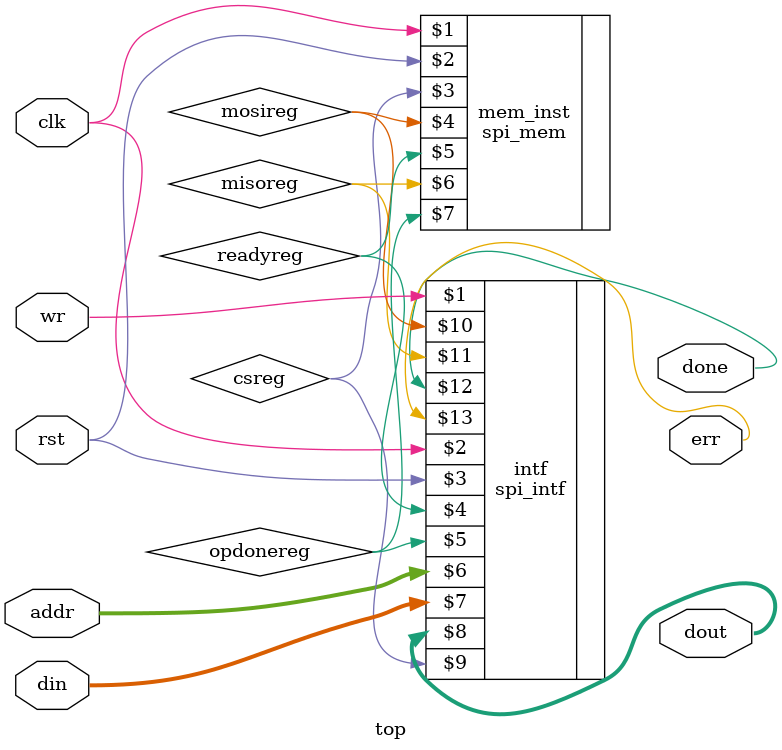
<source format=sv>
module top(
    input wr,clk,rst,
    input [7:0] addr, din,
    output [7:0] dout,
    output done, err
);
wire csreg, mosireg, misoreg, readyreg, opdonereg;
 
spi_intf intf (wr, clk, rst, readyreg, opdonereg, addr, din, dout, csreg, mosireg, misoreg, done, err);
spi_mem  mem_inst (clk, rst, csreg, mosireg, readyreg, misoreg, opdonereg);
 
endmodule
 
 
 
 

</source>
